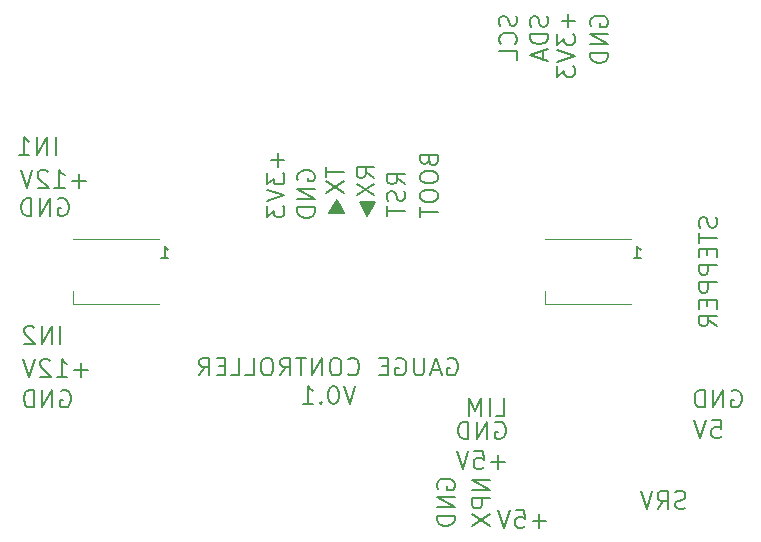
<source format=gbo>
G04 #@! TF.GenerationSoftware,KiCad,Pcbnew,6.0.9-8da3e8f707~117~ubuntu22.04.1*
G04 #@! TF.CreationDate,2022-12-19T13:51:41+00:00*
G04 #@! TF.ProjectId,gauge_servo,67617567-655f-4736-9572-766f2e6b6963,rev?*
G04 #@! TF.SameCoordinates,Original*
G04 #@! TF.FileFunction,Legend,Bot*
G04 #@! TF.FilePolarity,Positive*
%FSLAX46Y46*%
G04 Gerber Fmt 4.6, Leading zero omitted, Abs format (unit mm)*
G04 Created by KiCad (PCBNEW 6.0.9-8da3e8f707~117~ubuntu22.04.1) date 2022-12-19 13:51:41*
%MOMM*%
%LPD*%
G01*
G04 APERTURE LIST*
%ADD10C,0.200000*%
%ADD11C,0.150000*%
%ADD12C,0.120000*%
G04 APERTURE END LIST*
D10*
X125142857Y-93850000D02*
X125285714Y-93778571D01*
X125500000Y-93778571D01*
X125714285Y-93850000D01*
X125857142Y-93992857D01*
X125928571Y-94135714D01*
X126000000Y-94421428D01*
X126000000Y-94635714D01*
X125928571Y-94921428D01*
X125857142Y-95064285D01*
X125714285Y-95207142D01*
X125500000Y-95278571D01*
X125357142Y-95278571D01*
X125142857Y-95207142D01*
X125071428Y-95135714D01*
X125071428Y-94635714D01*
X125357142Y-94635714D01*
X124428571Y-95278571D02*
X124428571Y-93778571D01*
X123571428Y-95278571D01*
X123571428Y-93778571D01*
X122857142Y-95278571D02*
X122857142Y-93778571D01*
X122500000Y-93778571D01*
X122285714Y-93850000D01*
X122142857Y-93992857D01*
X122071428Y-94135714D01*
X122000000Y-94421428D01*
X122000000Y-94635714D01*
X122071428Y-94921428D01*
X122142857Y-95064285D01*
X122285714Y-95207142D01*
X122500000Y-95278571D01*
X122857142Y-95278571D01*
X156492857Y-90564285D02*
X156564285Y-90778571D01*
X156635714Y-90850000D01*
X156778571Y-90921428D01*
X156992857Y-90921428D01*
X157135714Y-90850000D01*
X157207142Y-90778571D01*
X157278571Y-90635714D01*
X157278571Y-90064285D01*
X155778571Y-90064285D01*
X155778571Y-90564285D01*
X155850000Y-90707142D01*
X155921428Y-90778571D01*
X156064285Y-90850000D01*
X156207142Y-90850000D01*
X156350000Y-90778571D01*
X156421428Y-90707142D01*
X156492857Y-90564285D01*
X156492857Y-90064285D01*
X155778571Y-91850000D02*
X155778571Y-92135714D01*
X155850000Y-92278571D01*
X155992857Y-92421428D01*
X156278571Y-92492857D01*
X156778571Y-92492857D01*
X157064285Y-92421428D01*
X157207142Y-92278571D01*
X157278571Y-92135714D01*
X157278571Y-91850000D01*
X157207142Y-91707142D01*
X157064285Y-91564285D01*
X156778571Y-91492857D01*
X156278571Y-91492857D01*
X155992857Y-91564285D01*
X155850000Y-91707142D01*
X155778571Y-91850000D01*
X155778571Y-93421428D02*
X155778571Y-93707142D01*
X155850000Y-93850000D01*
X155992857Y-93992857D01*
X156278571Y-94064285D01*
X156778571Y-94064285D01*
X157064285Y-93992857D01*
X157207142Y-93850000D01*
X157278571Y-93707142D01*
X157278571Y-93421428D01*
X157207142Y-93278571D01*
X157064285Y-93135714D01*
X156778571Y-93064285D01*
X156278571Y-93064285D01*
X155992857Y-93135714D01*
X155850000Y-93278571D01*
X155778571Y-93421428D01*
X155778571Y-94492857D02*
X155778571Y-95350000D01*
X157278571Y-94921428D02*
X155778571Y-94921428D01*
X127442857Y-92307142D02*
X126300000Y-92307142D01*
X126871428Y-92878571D02*
X126871428Y-91735714D01*
X124800000Y-92878571D02*
X125657142Y-92878571D01*
X125228571Y-92878571D02*
X125228571Y-91378571D01*
X125371428Y-91592857D01*
X125514285Y-91735714D01*
X125657142Y-91807142D01*
X124228571Y-91521428D02*
X124157142Y-91450000D01*
X124014285Y-91378571D01*
X123657142Y-91378571D01*
X123514285Y-91450000D01*
X123442857Y-91521428D01*
X123371428Y-91664285D01*
X123371428Y-91807142D01*
X123442857Y-92021428D01*
X124300000Y-92878571D01*
X123371428Y-92878571D01*
X122942857Y-91378571D02*
X122442857Y-92878571D01*
X121942857Y-91378571D01*
X143707142Y-89957142D02*
X143707142Y-91100000D01*
X144278571Y-90528571D02*
X143135714Y-90528571D01*
X142778571Y-91671428D02*
X142778571Y-92600000D01*
X143350000Y-92100000D01*
X143350000Y-92314285D01*
X143421428Y-92457142D01*
X143492857Y-92528571D01*
X143635714Y-92600000D01*
X143992857Y-92600000D01*
X144135714Y-92528571D01*
X144207142Y-92457142D01*
X144278571Y-92314285D01*
X144278571Y-91885714D01*
X144207142Y-91742857D01*
X144135714Y-91671428D01*
X142778571Y-93028571D02*
X144278571Y-93528571D01*
X142778571Y-94028571D01*
X142778571Y-94385714D02*
X142778571Y-95314285D01*
X143350000Y-94814285D01*
X143350000Y-95028571D01*
X143421428Y-95171428D01*
X143492857Y-95242857D01*
X143635714Y-95314285D01*
X143992857Y-95314285D01*
X144135714Y-95242857D01*
X144207142Y-95171428D01*
X144278571Y-95028571D01*
X144278571Y-94600000D01*
X144207142Y-94457142D01*
X144135714Y-94385714D01*
X170250000Y-79157142D02*
X170178571Y-79014285D01*
X170178571Y-78800000D01*
X170250000Y-78585714D01*
X170392857Y-78442857D01*
X170535714Y-78371428D01*
X170821428Y-78300000D01*
X171035714Y-78300000D01*
X171321428Y-78371428D01*
X171464285Y-78442857D01*
X171607142Y-78585714D01*
X171678571Y-78800000D01*
X171678571Y-78942857D01*
X171607142Y-79157142D01*
X171535714Y-79228571D01*
X171035714Y-79228571D01*
X171035714Y-78942857D01*
X171678571Y-79871428D02*
X170178571Y-79871428D01*
X171678571Y-80728571D01*
X170178571Y-80728571D01*
X171678571Y-81442857D02*
X170178571Y-81442857D01*
X170178571Y-81800000D01*
X170250000Y-82014285D01*
X170392857Y-82157142D01*
X170535714Y-82228571D01*
X170821428Y-82300000D01*
X171035714Y-82300000D01*
X171321428Y-82228571D01*
X171464285Y-82157142D01*
X171607142Y-82014285D01*
X171678571Y-81800000D01*
X171678571Y-81442857D01*
X124900000Y-90078571D02*
X124900000Y-88578571D01*
X124185714Y-90078571D02*
X124185714Y-88578571D01*
X123328571Y-90078571D01*
X123328571Y-88578571D01*
X121828571Y-90078571D02*
X122685714Y-90078571D01*
X122257142Y-90078571D02*
X122257142Y-88578571D01*
X122400000Y-88792857D01*
X122542857Y-88935714D01*
X122685714Y-89007142D01*
X161678571Y-117607142D02*
X160178571Y-117607142D01*
X161678571Y-118464285D01*
X160178571Y-118464285D01*
X161678571Y-119178571D02*
X160178571Y-119178571D01*
X160178571Y-119750000D01*
X160250000Y-119892857D01*
X160321428Y-119964285D01*
X160464285Y-120035714D01*
X160678571Y-120035714D01*
X160821428Y-119964285D01*
X160892857Y-119892857D01*
X160964285Y-119750000D01*
X160964285Y-119178571D01*
X160178571Y-120535714D02*
X161678571Y-121535714D01*
X160178571Y-121535714D02*
X161678571Y-120535714D01*
X162150000Y-112178571D02*
X162864285Y-112178571D01*
X162864285Y-110678571D01*
X161650000Y-112178571D02*
X161650000Y-110678571D01*
X160935714Y-112178571D02*
X160935714Y-110678571D01*
X160435714Y-111750000D01*
X159935714Y-110678571D01*
X159935714Y-112178571D01*
X182142857Y-110050000D02*
X182285714Y-109978571D01*
X182500000Y-109978571D01*
X182714285Y-110050000D01*
X182857142Y-110192857D01*
X182928571Y-110335714D01*
X183000000Y-110621428D01*
X183000000Y-110835714D01*
X182928571Y-111121428D01*
X182857142Y-111264285D01*
X182714285Y-111407142D01*
X182500000Y-111478571D01*
X182357142Y-111478571D01*
X182142857Y-111407142D01*
X182071428Y-111335714D01*
X182071428Y-110835714D01*
X182357142Y-110835714D01*
X181428571Y-111478571D02*
X181428571Y-109978571D01*
X180571428Y-111478571D01*
X180571428Y-109978571D01*
X179857142Y-111478571D02*
X179857142Y-109978571D01*
X179500000Y-109978571D01*
X179285714Y-110050000D01*
X179142857Y-110192857D01*
X179071428Y-110335714D01*
X179000000Y-110621428D01*
X179000000Y-110835714D01*
X179071428Y-111121428D01*
X179142857Y-111264285D01*
X179285714Y-111407142D01*
X179500000Y-111478571D01*
X179857142Y-111478571D01*
X162928571Y-116107142D02*
X161785714Y-116107142D01*
X162357142Y-116678571D02*
X162357142Y-115535714D01*
X160357142Y-115178571D02*
X161071428Y-115178571D01*
X161142857Y-115892857D01*
X161071428Y-115821428D01*
X160928571Y-115750000D01*
X160571428Y-115750000D01*
X160428571Y-115821428D01*
X160357142Y-115892857D01*
X160285714Y-116035714D01*
X160285714Y-116392857D01*
X160357142Y-116535714D01*
X160428571Y-116607142D01*
X160571428Y-116678571D01*
X160928571Y-116678571D01*
X161071428Y-116607142D01*
X161142857Y-116535714D01*
X159857142Y-115178571D02*
X159357142Y-116678571D01*
X158857142Y-115178571D01*
X168307142Y-78157142D02*
X168307142Y-79300000D01*
X168878571Y-78728571D02*
X167735714Y-78728571D01*
X167378571Y-79871428D02*
X167378571Y-80800000D01*
X167950000Y-80300000D01*
X167950000Y-80514285D01*
X168021428Y-80657142D01*
X168092857Y-80728571D01*
X168235714Y-80800000D01*
X168592857Y-80800000D01*
X168735714Y-80728571D01*
X168807142Y-80657142D01*
X168878571Y-80514285D01*
X168878571Y-80085714D01*
X168807142Y-79942857D01*
X168735714Y-79871428D01*
X167378571Y-81228571D02*
X168878571Y-81728571D01*
X167378571Y-82228571D01*
X167378571Y-82585714D02*
X167378571Y-83514285D01*
X167950000Y-83014285D01*
X167950000Y-83228571D01*
X168021428Y-83371428D01*
X168092857Y-83442857D01*
X168235714Y-83514285D01*
X168592857Y-83514285D01*
X168735714Y-83442857D01*
X168807142Y-83371428D01*
X168878571Y-83228571D01*
X168878571Y-82800000D01*
X168807142Y-82657142D01*
X168735714Y-82585714D01*
X180485714Y-112578571D02*
X181200000Y-112578571D01*
X181271428Y-113292857D01*
X181200000Y-113221428D01*
X181057142Y-113150000D01*
X180700000Y-113150000D01*
X180557142Y-113221428D01*
X180485714Y-113292857D01*
X180414285Y-113435714D01*
X180414285Y-113792857D01*
X180485714Y-113935714D01*
X180557142Y-114007142D01*
X180700000Y-114078571D01*
X181057142Y-114078571D01*
X181200000Y-114007142D01*
X181271428Y-113935714D01*
X179985714Y-112578571D02*
X179485714Y-114078571D01*
X178985714Y-112578571D01*
X147778571Y-91128571D02*
X147778571Y-91985714D01*
X149278571Y-91557142D02*
X147778571Y-91557142D01*
X147778571Y-92342857D02*
X149278571Y-93342857D01*
X147778571Y-93342857D02*
X149278571Y-92342857D01*
X149278571Y-94985714D02*
X148135714Y-94985714D01*
X149207142Y-94914285D02*
X148207142Y-94914285D01*
X149207142Y-94842857D02*
X148207142Y-94842857D01*
X149135714Y-94771428D02*
X148278571Y-94771428D01*
X149135714Y-94700000D02*
X148278571Y-94700000D01*
X149064285Y-94628571D02*
X148350000Y-94628571D01*
X149064285Y-94557142D02*
X148350000Y-94557142D01*
X148992857Y-94485714D02*
X148421428Y-94485714D01*
X148921428Y-94414285D02*
X148492857Y-94414285D01*
X148921428Y-94342857D02*
X148492857Y-94342857D01*
X148850000Y-94271428D02*
X148564285Y-94271428D01*
X148850000Y-94200000D02*
X148564285Y-94200000D01*
X148707142Y-94128571D02*
X148707142Y-94057142D01*
X148778571Y-94128571D02*
X148635714Y-94128571D01*
X149278571Y-95057142D02*
X148707142Y-93985714D01*
X148135714Y-95057142D01*
X148707142Y-93914285D02*
X148064285Y-95057142D01*
X149350000Y-95057142D01*
X148707142Y-93914285D01*
X166428571Y-121107142D02*
X165285714Y-121107142D01*
X165857142Y-121678571D02*
X165857142Y-120535714D01*
X163857142Y-120178571D02*
X164571428Y-120178571D01*
X164642857Y-120892857D01*
X164571428Y-120821428D01*
X164428571Y-120750000D01*
X164071428Y-120750000D01*
X163928571Y-120821428D01*
X163857142Y-120892857D01*
X163785714Y-121035714D01*
X163785714Y-121392857D01*
X163857142Y-121535714D01*
X163928571Y-121607142D01*
X164071428Y-121678571D01*
X164428571Y-121678571D01*
X164571428Y-121607142D01*
X164642857Y-121535714D01*
X163357142Y-120178571D02*
X162857142Y-121678571D01*
X162357142Y-120178571D01*
X145450000Y-92257142D02*
X145378571Y-92114285D01*
X145378571Y-91900000D01*
X145450000Y-91685714D01*
X145592857Y-91542857D01*
X145735714Y-91471428D01*
X146021428Y-91400000D01*
X146235714Y-91400000D01*
X146521428Y-91471428D01*
X146664285Y-91542857D01*
X146807142Y-91685714D01*
X146878571Y-91900000D01*
X146878571Y-92042857D01*
X146807142Y-92257142D01*
X146735714Y-92328571D01*
X146235714Y-92328571D01*
X146235714Y-92042857D01*
X146878571Y-92971428D02*
X145378571Y-92971428D01*
X146878571Y-93828571D01*
X145378571Y-93828571D01*
X146878571Y-94542857D02*
X145378571Y-94542857D01*
X145378571Y-94900000D01*
X145450000Y-95114285D01*
X145592857Y-95257142D01*
X145735714Y-95328571D01*
X146021428Y-95400000D01*
X146235714Y-95400000D01*
X146521428Y-95328571D01*
X146664285Y-95257142D01*
X146807142Y-95114285D01*
X146878571Y-94900000D01*
X146878571Y-94542857D01*
X163907142Y-78314285D02*
X163978571Y-78528571D01*
X163978571Y-78885714D01*
X163907142Y-79028571D01*
X163835714Y-79100000D01*
X163692857Y-79171428D01*
X163550000Y-79171428D01*
X163407142Y-79100000D01*
X163335714Y-79028571D01*
X163264285Y-78885714D01*
X163192857Y-78600000D01*
X163121428Y-78457142D01*
X163050000Y-78385714D01*
X162907142Y-78314285D01*
X162764285Y-78314285D01*
X162621428Y-78385714D01*
X162550000Y-78457142D01*
X162478571Y-78600000D01*
X162478571Y-78957142D01*
X162550000Y-79171428D01*
X163835714Y-80671428D02*
X163907142Y-80600000D01*
X163978571Y-80385714D01*
X163978571Y-80242857D01*
X163907142Y-80028571D01*
X163764285Y-79885714D01*
X163621428Y-79814285D01*
X163335714Y-79742857D01*
X163121428Y-79742857D01*
X162835714Y-79814285D01*
X162692857Y-79885714D01*
X162550000Y-80028571D01*
X162478571Y-80242857D01*
X162478571Y-80385714D01*
X162550000Y-80600000D01*
X162621428Y-80671428D01*
X163978571Y-82028571D02*
X163978571Y-81314285D01*
X162478571Y-81314285D01*
X166507142Y-78378571D02*
X166578571Y-78592857D01*
X166578571Y-78950000D01*
X166507142Y-79092857D01*
X166435714Y-79164285D01*
X166292857Y-79235714D01*
X166150000Y-79235714D01*
X166007142Y-79164285D01*
X165935714Y-79092857D01*
X165864285Y-78950000D01*
X165792857Y-78664285D01*
X165721428Y-78521428D01*
X165650000Y-78450000D01*
X165507142Y-78378571D01*
X165364285Y-78378571D01*
X165221428Y-78450000D01*
X165150000Y-78521428D01*
X165078571Y-78664285D01*
X165078571Y-79021428D01*
X165150000Y-79235714D01*
X166578571Y-79878571D02*
X165078571Y-79878571D01*
X165078571Y-80235714D01*
X165150000Y-80450000D01*
X165292857Y-80592857D01*
X165435714Y-80664285D01*
X165721428Y-80735714D01*
X165935714Y-80735714D01*
X166221428Y-80664285D01*
X166364285Y-80592857D01*
X166507142Y-80450000D01*
X166578571Y-80235714D01*
X166578571Y-79878571D01*
X166150000Y-81307142D02*
X166150000Y-82021428D01*
X166578571Y-81164285D02*
X165078571Y-81664285D01*
X166578571Y-82164285D01*
X125342857Y-110050000D02*
X125485714Y-109978571D01*
X125700000Y-109978571D01*
X125914285Y-110050000D01*
X126057142Y-110192857D01*
X126128571Y-110335714D01*
X126200000Y-110621428D01*
X126200000Y-110835714D01*
X126128571Y-111121428D01*
X126057142Y-111264285D01*
X125914285Y-111407142D01*
X125700000Y-111478571D01*
X125557142Y-111478571D01*
X125342857Y-111407142D01*
X125271428Y-111335714D01*
X125271428Y-110835714D01*
X125557142Y-110835714D01*
X124628571Y-111478571D02*
X124628571Y-109978571D01*
X123771428Y-111478571D01*
X123771428Y-109978571D01*
X123057142Y-111478571D02*
X123057142Y-109978571D01*
X122700000Y-109978571D01*
X122485714Y-110050000D01*
X122342857Y-110192857D01*
X122271428Y-110335714D01*
X122200000Y-110621428D01*
X122200000Y-110835714D01*
X122271428Y-111121428D01*
X122342857Y-111264285D01*
X122485714Y-111407142D01*
X122700000Y-111478571D01*
X123057142Y-111478571D01*
X158107142Y-107342500D02*
X158250000Y-107271071D01*
X158464285Y-107271071D01*
X158678571Y-107342500D01*
X158821428Y-107485357D01*
X158892857Y-107628214D01*
X158964285Y-107913928D01*
X158964285Y-108128214D01*
X158892857Y-108413928D01*
X158821428Y-108556785D01*
X158678571Y-108699642D01*
X158464285Y-108771071D01*
X158321428Y-108771071D01*
X158107142Y-108699642D01*
X158035714Y-108628214D01*
X158035714Y-108128214D01*
X158321428Y-108128214D01*
X157464285Y-108342500D02*
X156750000Y-108342500D01*
X157607142Y-108771071D02*
X157107142Y-107271071D01*
X156607142Y-108771071D01*
X156107142Y-107271071D02*
X156107142Y-108485357D01*
X156035714Y-108628214D01*
X155964285Y-108699642D01*
X155821428Y-108771071D01*
X155535714Y-108771071D01*
X155392857Y-108699642D01*
X155321428Y-108628214D01*
X155250000Y-108485357D01*
X155250000Y-107271071D01*
X153750000Y-107342500D02*
X153892857Y-107271071D01*
X154107142Y-107271071D01*
X154321428Y-107342500D01*
X154464285Y-107485357D01*
X154535714Y-107628214D01*
X154607142Y-107913928D01*
X154607142Y-108128214D01*
X154535714Y-108413928D01*
X154464285Y-108556785D01*
X154321428Y-108699642D01*
X154107142Y-108771071D01*
X153964285Y-108771071D01*
X153750000Y-108699642D01*
X153678571Y-108628214D01*
X153678571Y-108128214D01*
X153964285Y-108128214D01*
X153035714Y-107985357D02*
X152535714Y-107985357D01*
X152321428Y-108771071D02*
X153035714Y-108771071D01*
X153035714Y-107271071D01*
X152321428Y-107271071D01*
X149678571Y-108628214D02*
X149750000Y-108699642D01*
X149964285Y-108771071D01*
X150107142Y-108771071D01*
X150321428Y-108699642D01*
X150464285Y-108556785D01*
X150535714Y-108413928D01*
X150607142Y-108128214D01*
X150607142Y-107913928D01*
X150535714Y-107628214D01*
X150464285Y-107485357D01*
X150321428Y-107342500D01*
X150107142Y-107271071D01*
X149964285Y-107271071D01*
X149750000Y-107342500D01*
X149678571Y-107413928D01*
X148750000Y-107271071D02*
X148464285Y-107271071D01*
X148321428Y-107342500D01*
X148178571Y-107485357D01*
X148107142Y-107771071D01*
X148107142Y-108271071D01*
X148178571Y-108556785D01*
X148321428Y-108699642D01*
X148464285Y-108771071D01*
X148750000Y-108771071D01*
X148892857Y-108699642D01*
X149035714Y-108556785D01*
X149107142Y-108271071D01*
X149107142Y-107771071D01*
X149035714Y-107485357D01*
X148892857Y-107342500D01*
X148750000Y-107271071D01*
X147464285Y-108771071D02*
X147464285Y-107271071D01*
X146607142Y-108771071D01*
X146607142Y-107271071D01*
X146107142Y-107271071D02*
X145250000Y-107271071D01*
X145678571Y-108771071D02*
X145678571Y-107271071D01*
X143892857Y-108771071D02*
X144392857Y-108056785D01*
X144750000Y-108771071D02*
X144750000Y-107271071D01*
X144178571Y-107271071D01*
X144035714Y-107342500D01*
X143964285Y-107413928D01*
X143892857Y-107556785D01*
X143892857Y-107771071D01*
X143964285Y-107913928D01*
X144035714Y-107985357D01*
X144178571Y-108056785D01*
X144750000Y-108056785D01*
X142964285Y-107271071D02*
X142678571Y-107271071D01*
X142535714Y-107342500D01*
X142392857Y-107485357D01*
X142321428Y-107771071D01*
X142321428Y-108271071D01*
X142392857Y-108556785D01*
X142535714Y-108699642D01*
X142678571Y-108771071D01*
X142964285Y-108771071D01*
X143107142Y-108699642D01*
X143250000Y-108556785D01*
X143321428Y-108271071D01*
X143321428Y-107771071D01*
X143250000Y-107485357D01*
X143107142Y-107342500D01*
X142964285Y-107271071D01*
X140964285Y-108771071D02*
X141678571Y-108771071D01*
X141678571Y-107271071D01*
X139750000Y-108771071D02*
X140464285Y-108771071D01*
X140464285Y-107271071D01*
X139250000Y-107985357D02*
X138750000Y-107985357D01*
X138535714Y-108771071D02*
X139250000Y-108771071D01*
X139250000Y-107271071D01*
X138535714Y-107271071D01*
X137035714Y-108771071D02*
X137535714Y-108056785D01*
X137892857Y-108771071D02*
X137892857Y-107271071D01*
X137321428Y-107271071D01*
X137178571Y-107342500D01*
X137107142Y-107413928D01*
X137035714Y-107556785D01*
X137035714Y-107771071D01*
X137107142Y-107913928D01*
X137178571Y-107985357D01*
X137321428Y-108056785D01*
X137892857Y-108056785D01*
X150285714Y-109686071D02*
X149785714Y-111186071D01*
X149285714Y-109686071D01*
X148500000Y-109686071D02*
X148357142Y-109686071D01*
X148214285Y-109757500D01*
X148142857Y-109828928D01*
X148071428Y-109971785D01*
X148000000Y-110257500D01*
X148000000Y-110614642D01*
X148071428Y-110900357D01*
X148142857Y-111043214D01*
X148214285Y-111114642D01*
X148357142Y-111186071D01*
X148500000Y-111186071D01*
X148642857Y-111114642D01*
X148714285Y-111043214D01*
X148785714Y-110900357D01*
X148857142Y-110614642D01*
X148857142Y-110257500D01*
X148785714Y-109971785D01*
X148714285Y-109828928D01*
X148642857Y-109757500D01*
X148500000Y-109686071D01*
X147357142Y-111043214D02*
X147285714Y-111114642D01*
X147357142Y-111186071D01*
X147428571Y-111114642D01*
X147357142Y-111043214D01*
X147357142Y-111186071D01*
X145857142Y-111186071D02*
X146714285Y-111186071D01*
X146285714Y-111186071D02*
X146285714Y-109686071D01*
X146428571Y-109900357D01*
X146571428Y-110043214D01*
X146714285Y-110114642D01*
X151878571Y-92021428D02*
X151164285Y-91521428D01*
X151878571Y-91164285D02*
X150378571Y-91164285D01*
X150378571Y-91735714D01*
X150450000Y-91878571D01*
X150521428Y-91950000D01*
X150664285Y-92021428D01*
X150878571Y-92021428D01*
X151021428Y-91950000D01*
X151092857Y-91878571D01*
X151164285Y-91735714D01*
X151164285Y-91164285D01*
X150378571Y-92521428D02*
X151878571Y-93521428D01*
X150378571Y-93521428D02*
X151878571Y-92521428D01*
X150735714Y-94164285D02*
X151878571Y-94164285D01*
X150807142Y-94235714D02*
X151807142Y-94235714D01*
X150807142Y-94307142D02*
X151807142Y-94307142D01*
X150878571Y-94378571D02*
X151735714Y-94378571D01*
X150878571Y-94450000D02*
X151735714Y-94450000D01*
X150950000Y-94521428D02*
X151664285Y-94521428D01*
X150950000Y-94592857D02*
X151664285Y-94592857D01*
X151021428Y-94664285D02*
X151592857Y-94664285D01*
X151092857Y-94735714D02*
X151521428Y-94735714D01*
X151092857Y-94807142D02*
X151521428Y-94807142D01*
X151164285Y-94878571D02*
X151450000Y-94878571D01*
X151164285Y-94950000D02*
X151450000Y-94950000D01*
X151307142Y-95021428D02*
X151307142Y-95092857D01*
X151235714Y-95021428D02*
X151378571Y-95021428D01*
X150735714Y-94092857D02*
X151307142Y-95164285D01*
X151878571Y-94092857D01*
X151307142Y-95235714D02*
X151950000Y-94092857D01*
X150664285Y-94092857D01*
X151307142Y-95235714D01*
X154478571Y-92578571D02*
X153764285Y-92078571D01*
X154478571Y-91721428D02*
X152978571Y-91721428D01*
X152978571Y-92292857D01*
X153050000Y-92435714D01*
X153121428Y-92507142D01*
X153264285Y-92578571D01*
X153478571Y-92578571D01*
X153621428Y-92507142D01*
X153692857Y-92435714D01*
X153764285Y-92292857D01*
X153764285Y-91721428D01*
X154407142Y-93150000D02*
X154478571Y-93364285D01*
X154478571Y-93721428D01*
X154407142Y-93864285D01*
X154335714Y-93935714D01*
X154192857Y-94007142D01*
X154050000Y-94007142D01*
X153907142Y-93935714D01*
X153835714Y-93864285D01*
X153764285Y-93721428D01*
X153692857Y-93435714D01*
X153621428Y-93292857D01*
X153550000Y-93221428D01*
X153407142Y-93150000D01*
X153264285Y-93150000D01*
X153121428Y-93221428D01*
X153050000Y-93292857D01*
X152978571Y-93435714D01*
X152978571Y-93792857D01*
X153050000Y-94007142D01*
X152978571Y-94435714D02*
X152978571Y-95292857D01*
X154478571Y-94864285D02*
X152978571Y-94864285D01*
X162142857Y-112750000D02*
X162285714Y-112678571D01*
X162500000Y-112678571D01*
X162714285Y-112750000D01*
X162857142Y-112892857D01*
X162928571Y-113035714D01*
X163000000Y-113321428D01*
X163000000Y-113535714D01*
X162928571Y-113821428D01*
X162857142Y-113964285D01*
X162714285Y-114107142D01*
X162500000Y-114178571D01*
X162357142Y-114178571D01*
X162142857Y-114107142D01*
X162071428Y-114035714D01*
X162071428Y-113535714D01*
X162357142Y-113535714D01*
X161428571Y-114178571D02*
X161428571Y-112678571D01*
X160571428Y-114178571D01*
X160571428Y-112678571D01*
X159857142Y-114178571D02*
X159857142Y-112678571D01*
X159500000Y-112678571D01*
X159285714Y-112750000D01*
X159142857Y-112892857D01*
X159071428Y-113035714D01*
X159000000Y-113321428D01*
X159000000Y-113535714D01*
X159071428Y-113821428D01*
X159142857Y-113964285D01*
X159285714Y-114107142D01*
X159500000Y-114178571D01*
X159857142Y-114178571D01*
X125300000Y-106078571D02*
X125300000Y-104578571D01*
X124585714Y-106078571D02*
X124585714Y-104578571D01*
X123728571Y-106078571D01*
X123728571Y-104578571D01*
X123085714Y-104721428D02*
X123014285Y-104650000D01*
X122871428Y-104578571D01*
X122514285Y-104578571D01*
X122371428Y-104650000D01*
X122300000Y-104721428D01*
X122228571Y-104864285D01*
X122228571Y-105007142D01*
X122300000Y-105221428D01*
X123157142Y-106078571D01*
X122228571Y-106078571D01*
X127642857Y-108307142D02*
X126500000Y-108307142D01*
X127071428Y-108878571D02*
X127071428Y-107735714D01*
X125000000Y-108878571D02*
X125857142Y-108878571D01*
X125428571Y-108878571D02*
X125428571Y-107378571D01*
X125571428Y-107592857D01*
X125714285Y-107735714D01*
X125857142Y-107807142D01*
X124428571Y-107521428D02*
X124357142Y-107450000D01*
X124214285Y-107378571D01*
X123857142Y-107378571D01*
X123714285Y-107450000D01*
X123642857Y-107521428D01*
X123571428Y-107664285D01*
X123571428Y-107807142D01*
X123642857Y-108021428D01*
X124500000Y-108878571D01*
X123571428Y-108878571D01*
X123142857Y-107378571D02*
X122642857Y-108878571D01*
X122142857Y-107378571D01*
X157250000Y-118357142D02*
X157178571Y-118214285D01*
X157178571Y-118000000D01*
X157250000Y-117785714D01*
X157392857Y-117642857D01*
X157535714Y-117571428D01*
X157821428Y-117500000D01*
X158035714Y-117500000D01*
X158321428Y-117571428D01*
X158464285Y-117642857D01*
X158607142Y-117785714D01*
X158678571Y-118000000D01*
X158678571Y-118142857D01*
X158607142Y-118357142D01*
X158535714Y-118428571D01*
X158035714Y-118428571D01*
X158035714Y-118142857D01*
X158678571Y-119071428D02*
X157178571Y-119071428D01*
X158678571Y-119928571D01*
X157178571Y-119928571D01*
X158678571Y-120642857D02*
X157178571Y-120642857D01*
X157178571Y-121000000D01*
X157250000Y-121214285D01*
X157392857Y-121357142D01*
X157535714Y-121428571D01*
X157821428Y-121500000D01*
X158035714Y-121500000D01*
X158321428Y-121428571D01*
X158464285Y-121357142D01*
X158607142Y-121214285D01*
X158678571Y-121000000D01*
X158678571Y-120642857D01*
X178221428Y-120007142D02*
X178007142Y-120078571D01*
X177650000Y-120078571D01*
X177507142Y-120007142D01*
X177435714Y-119935714D01*
X177364285Y-119792857D01*
X177364285Y-119650000D01*
X177435714Y-119507142D01*
X177507142Y-119435714D01*
X177650000Y-119364285D01*
X177935714Y-119292857D01*
X178078571Y-119221428D01*
X178150000Y-119150000D01*
X178221428Y-119007142D01*
X178221428Y-118864285D01*
X178150000Y-118721428D01*
X178078571Y-118650000D01*
X177935714Y-118578571D01*
X177578571Y-118578571D01*
X177364285Y-118650000D01*
X175864285Y-120078571D02*
X176364285Y-119364285D01*
X176721428Y-120078571D02*
X176721428Y-118578571D01*
X176150000Y-118578571D01*
X176007142Y-118650000D01*
X175935714Y-118721428D01*
X175864285Y-118864285D01*
X175864285Y-119078571D01*
X175935714Y-119221428D01*
X176007142Y-119292857D01*
X176150000Y-119364285D01*
X176721428Y-119364285D01*
X175435714Y-118578571D02*
X174935714Y-120078571D01*
X174435714Y-118578571D01*
X180807142Y-95392857D02*
X180878571Y-95607142D01*
X180878571Y-95964285D01*
X180807142Y-96107142D01*
X180735714Y-96178571D01*
X180592857Y-96250000D01*
X180450000Y-96250000D01*
X180307142Y-96178571D01*
X180235714Y-96107142D01*
X180164285Y-95964285D01*
X180092857Y-95678571D01*
X180021428Y-95535714D01*
X179950000Y-95464285D01*
X179807142Y-95392857D01*
X179664285Y-95392857D01*
X179521428Y-95464285D01*
X179450000Y-95535714D01*
X179378571Y-95678571D01*
X179378571Y-96035714D01*
X179450000Y-96250000D01*
X179378571Y-96678571D02*
X179378571Y-97535714D01*
X180878571Y-97107142D02*
X179378571Y-97107142D01*
X180092857Y-98035714D02*
X180092857Y-98535714D01*
X180878571Y-98750000D02*
X180878571Y-98035714D01*
X179378571Y-98035714D01*
X179378571Y-98750000D01*
X180878571Y-99392857D02*
X179378571Y-99392857D01*
X179378571Y-99964285D01*
X179450000Y-100107142D01*
X179521428Y-100178571D01*
X179664285Y-100250000D01*
X179878571Y-100250000D01*
X180021428Y-100178571D01*
X180092857Y-100107142D01*
X180164285Y-99964285D01*
X180164285Y-99392857D01*
X180878571Y-100892857D02*
X179378571Y-100892857D01*
X179378571Y-101464285D01*
X179450000Y-101607142D01*
X179521428Y-101678571D01*
X179664285Y-101750000D01*
X179878571Y-101750000D01*
X180021428Y-101678571D01*
X180092857Y-101607142D01*
X180164285Y-101464285D01*
X180164285Y-100892857D01*
X180092857Y-102392857D02*
X180092857Y-102892857D01*
X180878571Y-103107142D02*
X180878571Y-102392857D01*
X179378571Y-102392857D01*
X179378571Y-103107142D01*
X180878571Y-104607142D02*
X180164285Y-104107142D01*
X180878571Y-103750000D02*
X179378571Y-103750000D01*
X179378571Y-104321428D01*
X179450000Y-104464285D01*
X179521428Y-104535714D01*
X179664285Y-104607142D01*
X179878571Y-104607142D01*
X180021428Y-104535714D01*
X180092857Y-104464285D01*
X180164285Y-104321428D01*
X180164285Y-103750000D01*
D11*
G04 #@! TO.C,D2*
X133864285Y-98852380D02*
X134435714Y-98852380D01*
X134150000Y-98852380D02*
X134150000Y-97852380D01*
X134245238Y-97995238D01*
X134340476Y-98090476D01*
X134435714Y-98138095D01*
G04 #@! TO.C,D1*
X173864285Y-98852380D02*
X174435714Y-98852380D01*
X174150000Y-98852380D02*
X174150000Y-97852380D01*
X174245238Y-97995238D01*
X174340476Y-98090476D01*
X174435714Y-98138095D01*
D12*
G04 #@! TO.C,D2*
X133650000Y-102750000D02*
X126350000Y-102750000D01*
X133650000Y-97250000D02*
X126350000Y-97250000D01*
X126350000Y-102750000D02*
X126350000Y-101600000D01*
G04 #@! TO.C,D1*
X173650000Y-97250000D02*
X166350000Y-97250000D01*
X166350000Y-102750000D02*
X166350000Y-101600000D01*
X173650000Y-102750000D02*
X166350000Y-102750000D01*
G04 #@! TD*
M02*

</source>
